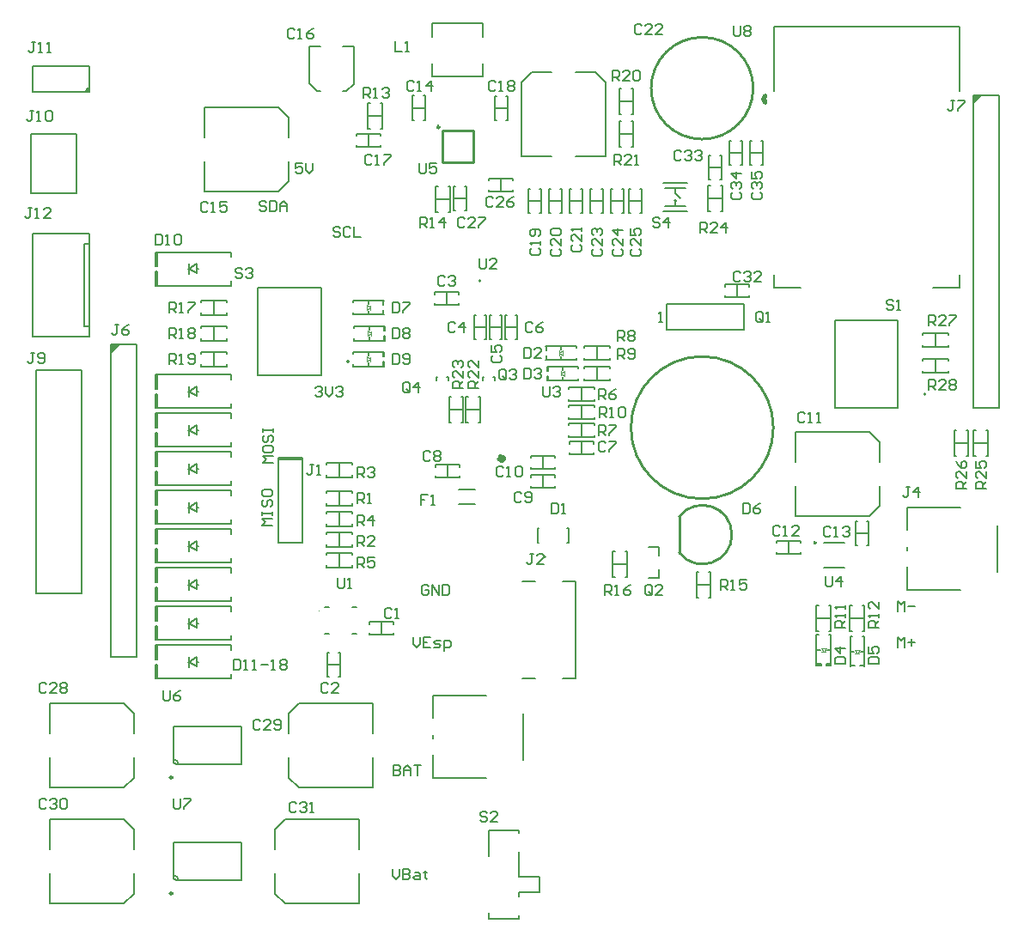
<source format=gto>
G04*
G04 #@! TF.GenerationSoftware,Altium Limited,Altium Designer,22.7.1 (60)*
G04*
G04 Layer_Color=8454143*
%FSLAX44Y44*%
%MOMM*%
G71*
G04*
G04 #@! TF.SameCoordinates,D0082332-17C0-48B4-9EBD-708ECFB17097*
G04*
G04*
G04 #@! TF.FilePolarity,Positive*
G04*
G01*
G75*
%ADD10C,0.2540*%
%ADD11C,0.5080*%
%ADD12C,0.2000*%
%ADD13C,0.6350*%
%ADD14C,0.1000*%
%ADD15C,0.2500*%
%ADD16C,0.1500*%
%ADD17C,0.1524*%
%ADD18C,0.1270*%
%ADD19C,0.2032*%
G36*
X73870Y816416D02*
X70470D01*
Y818116D01*
X72470Y820116D01*
X73870D01*
Y816416D01*
D02*
G37*
G36*
X95650Y567050D02*
Y558050D01*
X104650Y567050D01*
X95650D01*
D02*
G37*
G36*
X945280Y813176D02*
Y804176D01*
X954280Y813176D01*
X945280D01*
D02*
G37*
D10*
X728174Y819676D02*
G03*
X728174Y819676I-50283J0D01*
G01*
X748071Y484996D02*
G03*
X748071Y484996I-70184J0D01*
G01*
X789677Y371656D02*
G03*
X789677Y371656I-707J0D01*
G01*
X655276Y361662D02*
G03*
X655276Y397290I22904J17814D01*
G01*
X419226Y781264D02*
G03*
X419226Y781264I-1270J0D01*
G01*
X655320Y361696D02*
Y397256D01*
X452506Y746714D02*
Y777714D01*
X421506Y746714D02*
X452506D01*
X421506Y777714D02*
X452506D01*
X421506Y746714D02*
Y777714D01*
D11*
X739914Y811762D02*
G03*
X739914Y805969I2475J-2896D01*
G01*
D12*
X898470Y517920D02*
G03*
X898470Y517920I-1000J0D01*
G01*
X523570Y357550D02*
G03*
X523570Y357550I-1000J0D01*
G01*
X652507Y708702D02*
G03*
X652507Y708702I-1000J0D01*
G01*
X329764Y550178D02*
G03*
X329764Y550178I-1000J0D01*
G01*
X161500Y153450D02*
G03*
X157000Y157950I-4500J0D01*
G01*
X73870Y820116D02*
G03*
X70470Y816716I0J-3400D01*
G01*
X161500Y39150D02*
G03*
X157000Y43650I-4500J0D01*
G01*
X459868Y629738D02*
G03*
X459868Y629738I-1000J0D01*
G01*
X179530Y292100D02*
X181530D01*
X171530D02*
X172530D01*
X179530Y288100D02*
Y297100D01*
X172530Y292100D02*
X179530Y297100D01*
X172530Y292100D02*
X179530Y288100D01*
X172530Y287100D02*
Y297100D01*
X139030Y294640D02*
Y308610D01*
X213360D01*
X139030Y294640D02*
X140970D01*
Y308610D01*
Y275590D02*
Y289560D01*
X139030D02*
X140970D01*
X213360Y303850D02*
Y308610D01*
X139030Y275590D02*
Y289560D01*
X213360Y275590D02*
Y280350D01*
X139030Y275590D02*
X213360D01*
X139030Y313690D02*
X213360D01*
Y318450D01*
X139030Y313690D02*
Y327660D01*
X213360Y341950D02*
Y346710D01*
X139030Y327660D02*
X140970D01*
Y313690D02*
Y327660D01*
Y332740D02*
Y346710D01*
X139030Y332740D02*
X140970D01*
X139030Y346710D02*
X213360D01*
X139030Y332740D02*
Y346710D01*
X172530Y325200D02*
Y335200D01*
Y330200D02*
X179530Y326200D01*
X172530Y330200D02*
X179530Y335200D01*
Y326200D02*
Y335200D01*
X171530Y330200D02*
X172530D01*
X179530D02*
X181530D01*
X139030Y351790D02*
X213360D01*
Y356550D01*
X139030Y351790D02*
Y365760D01*
X213360Y380050D02*
Y384810D01*
X139030Y365760D02*
X140970D01*
Y351790D02*
Y365760D01*
Y370840D02*
Y384810D01*
X139030Y370840D02*
X140970D01*
X139030Y384810D02*
X213360D01*
X139030Y370840D02*
Y384810D01*
X172530Y363300D02*
Y373300D01*
Y368300D02*
X179530Y364300D01*
X172530Y368300D02*
X179530Y373300D01*
Y364300D02*
Y373300D01*
X171530Y368300D02*
X172530D01*
X179530D02*
X181530D01*
X139030Y389890D02*
X213360D01*
Y394650D01*
X139030Y389890D02*
Y403860D01*
X213360Y418150D02*
Y422910D01*
X139030Y403860D02*
X140970D01*
Y389890D02*
Y403860D01*
Y408940D02*
Y422910D01*
X139030Y408940D02*
X140970D01*
X139030Y422910D02*
X213360D01*
X139030Y408940D02*
Y422910D01*
X172530Y401400D02*
Y411400D01*
Y406400D02*
X179530Y402400D01*
X172530Y406400D02*
X179530Y411400D01*
Y402400D02*
Y411400D01*
X171530Y406400D02*
X172530D01*
X179530D02*
X181530D01*
X179530Y444500D02*
X181530D01*
X171530D02*
X172530D01*
X179530Y440500D02*
Y449500D01*
X172530Y444500D02*
X179530Y449500D01*
X172530Y444500D02*
X179530Y440500D01*
X172530Y439500D02*
Y449500D01*
X139030Y447040D02*
Y461010D01*
X213360D01*
X139030Y447040D02*
X140970D01*
Y461010D01*
Y427990D02*
Y441960D01*
X139030D02*
X140970D01*
X213360Y456250D02*
Y461010D01*
X139030Y427990D02*
Y441960D01*
X213360Y427990D02*
Y432750D01*
X139030Y427990D02*
X213360D01*
X139030Y466090D02*
X213360D01*
Y470850D01*
X139030Y466090D02*
Y480060D01*
X213360Y494350D02*
Y499110D01*
X139030Y480060D02*
X140970D01*
Y466090D02*
Y480060D01*
Y485140D02*
Y499110D01*
X139030Y485140D02*
X140970D01*
X139030Y499110D02*
X213360D01*
X139030Y485140D02*
Y499110D01*
X172530Y477600D02*
Y487600D01*
Y482600D02*
X179530Y478600D01*
X172530Y482600D02*
X179530Y487600D01*
Y478600D02*
Y487600D01*
X171530Y482600D02*
X172530D01*
X179530D02*
X181530D01*
X139030Y504190D02*
X213360D01*
Y508950D01*
X139030Y504190D02*
Y518160D01*
X213360Y532450D02*
Y537210D01*
X139030Y518160D02*
X140970D01*
Y504190D02*
Y518160D01*
Y523240D02*
Y537210D01*
X139030Y523240D02*
X140970D01*
X139030Y537210D02*
X213360D01*
X139030Y523240D02*
Y537210D01*
X172530Y515700D02*
Y525700D01*
Y520700D02*
X179530Y516700D01*
X172530Y520700D02*
X179530Y525700D01*
Y516700D02*
Y525700D01*
X171530Y520700D02*
X172530D01*
X179530D02*
X181530D01*
X290420Y861200D02*
X301420D01*
X290420Y824200D02*
Y861200D01*
Y824200D02*
X297920Y816700D01*
X301420D01*
X323536Y861003D02*
X334536D01*
Y824003D02*
Y861003D01*
X327036Y816503D02*
X334536Y824003D01*
X323536Y816503D02*
X327036D01*
X770030Y397920D02*
X843030D01*
X770030Y480920D02*
X843030D01*
Y397920D02*
X853030Y407920D01*
X843030Y480920D02*
X853030Y470920D01*
X770030Y397920D02*
Y427420D01*
Y451420D02*
Y480920D01*
X853030Y407920D02*
Y427420D01*
Y451420D02*
Y470920D01*
X426265Y534860D02*
X427640D01*
Y531860D02*
Y534860D01*
X415640Y531860D02*
Y534860D01*
X417015D01*
X540500Y237850D02*
X553300D01*
Y333650D01*
X540500D02*
X553300D01*
X500800Y237850D02*
X513300D01*
X500800Y333650D02*
X513300D01*
X259780Y453540D02*
X283780D01*
X259780Y455540D02*
X283780D01*
X259780Y371540D02*
Y455540D01*
Y371540D02*
X283780D01*
Y455540D01*
X437770Y423810D02*
X453770D01*
X437770Y409310D02*
X453770D01*
X139030Y237490D02*
X213360D01*
Y242250D01*
X139030Y237490D02*
Y251460D01*
X213360Y265750D02*
Y270510D01*
X139030Y251460D02*
X140970D01*
Y237490D02*
Y251460D01*
Y256540D02*
Y270510D01*
X139030Y256540D02*
X140970D01*
X139030Y270510D02*
X213360D01*
X139030Y256540D02*
Y270510D01*
X172530Y249000D02*
Y259000D01*
Y254000D02*
X179530Y250000D01*
X172530Y254000D02*
X179530Y259000D01*
Y250000D02*
Y259000D01*
X171530Y254000D02*
X172530D01*
X179530D02*
X181530D01*
X461360Y534860D02*
X462735D01*
X461360Y531860D02*
Y534860D01*
X473360Y531860D02*
Y534860D01*
X471985D02*
X473360D01*
X651507Y716202D02*
X656257Y710702D01*
X641507Y721202D02*
X661507D01*
X651507Y716202D02*
Y721202D01*
Y703702D02*
Y708702D01*
X641507Y703702D02*
X661507D01*
X639507Y726452D02*
X663508D01*
X639507Y698452D02*
X663508D01*
X625442Y366942D02*
X635236D01*
Y358942D02*
Y366942D01*
X625442Y336942D02*
X635236D01*
Y345084D01*
X467600Y87950D02*
X497600D01*
X467600Y950D02*
X497600D01*
Y26950D02*
X517600D01*
Y41950D01*
X497600D02*
X517600D01*
X467600Y950D02*
Y6450D01*
Y62450D02*
Y87950D01*
X497600Y950D02*
Y3950D01*
Y22450D02*
Y26950D01*
Y41950D02*
Y66450D01*
Y84950D02*
Y87950D01*
X187100Y717960D02*
X260100D01*
X187100Y800960D02*
X260100D01*
Y717960D02*
X270100Y727960D01*
X260100Y800960D02*
X270100Y790960D01*
X187100Y717960D02*
Y747460D01*
Y771460D02*
Y800960D01*
X270100Y727960D02*
Y747460D01*
Y771460D02*
Y790960D01*
X411496Y883394D02*
X461496D01*
X411496Y831394D02*
X461496D01*
X411496Y870394D02*
Y883394D01*
X461496Y870394D02*
Y883394D01*
X411496Y831394D02*
Y844394D01*
X461496Y831394D02*
Y844394D01*
X582582Y752250D02*
Y825250D01*
X499582Y752250D02*
Y825250D01*
X572582Y835250D02*
X582582Y825250D01*
X499582D02*
X509582Y835250D01*
X553082Y752250D02*
X582582D01*
X499582D02*
X529082D01*
X553082Y835250D02*
X572582D01*
X509582D02*
X529082D01*
X157000Y155200D02*
Y189950D01*
Y155200D02*
X159250Y152950D01*
X224000D01*
X161500D02*
Y153450D01*
X224000Y152950D02*
Y189950D01*
X157000D02*
X224000D01*
X661670Y581660D02*
X718860D01*
X642620D02*
Y607060D01*
Y581660D02*
X661670D01*
X718860D02*
Y607060D01*
X642620D02*
X661670D01*
X718860D01*
X17780Y676656D02*
X73660D01*
X17780Y575056D02*
Y676656D01*
Y575056D02*
X73660D01*
X68580Y585216D02*
X73660D01*
X68580D02*
Y666496D01*
X73660D01*
Y575056D02*
Y676656D01*
X16020Y715736D02*
X61020D01*
Y774736D01*
X16020D02*
X61020D01*
X16020Y715736D02*
Y774736D01*
X70470Y816416D02*
Y816716D01*
X73870Y816416D02*
Y841816D01*
X17870D02*
X73870D01*
X17870Y816416D02*
Y841816D01*
Y816416D02*
X73870D01*
X21100Y321950D02*
X66100D01*
Y541950D01*
X21100D02*
X66100D01*
X21100Y321950D02*
Y541950D01*
X95250Y258750D02*
Y566750D01*
Y258750D02*
X120650D01*
Y566750D01*
X95250D02*
X120650D01*
X944880Y504876D02*
Y812876D01*
Y504876D02*
X970280D01*
Y812876D01*
X944880D02*
X970280D01*
X34700Y129950D02*
X107700D01*
X34700Y212950D02*
X107700D01*
Y129950D02*
X117700Y139950D01*
X107700Y212950D02*
X117700Y202950D01*
X34700Y129950D02*
Y159450D01*
Y183450D02*
Y212950D01*
X117700Y139950D02*
Y159450D01*
Y183450D02*
Y202950D01*
X280550Y212950D02*
X353550D01*
X280550Y129950D02*
X353550D01*
X270550Y202950D02*
X280550Y212950D01*
X270550Y139950D02*
X280550Y129950D01*
X353550Y183450D02*
Y212950D01*
Y129950D02*
Y159450D01*
X270550Y183450D02*
Y202950D01*
Y139950D02*
Y159450D01*
X157000Y40900D02*
Y75650D01*
Y40900D02*
X159250Y38650D01*
X224000D01*
X161500D02*
Y39150D01*
X224000Y38650D02*
Y75650D01*
X157000D02*
X224000D01*
X266950Y98650D02*
X339950D01*
X266950Y15650D02*
X339950D01*
X256950Y88650D02*
X266950Y98650D01*
X256950Y25650D02*
X266950Y15650D01*
X339950Y69150D02*
Y98650D01*
Y15650D02*
Y45150D01*
X256950Y69150D02*
Y88650D01*
Y25650D02*
Y45150D01*
X34700Y15650D02*
X107700D01*
X34700Y98650D02*
X107700D01*
Y15650D02*
X117700Y25650D01*
X107700Y98650D02*
X117700Y88650D01*
X34700Y15650D02*
Y45150D01*
Y69150D02*
Y98650D01*
X117700Y25650D02*
Y45150D01*
Y69150D02*
Y88650D01*
X139030Y624840D02*
X213360D01*
Y629600D01*
X139030Y624840D02*
Y638810D01*
X213360Y653100D02*
Y657860D01*
X139030Y638810D02*
X140970D01*
Y624840D02*
Y638810D01*
Y643890D02*
Y657860D01*
X139030Y643890D02*
X140970D01*
X139030Y657860D02*
X213360D01*
X139030Y643890D02*
Y657860D01*
X172530Y636350D02*
Y646350D01*
Y641350D02*
X179530Y637350D01*
X172530Y641350D02*
X179530Y646350D01*
Y637350D02*
Y646350D01*
X171530Y641350D02*
X172530D01*
X179530D02*
X181530D01*
D13*
X481330Y454660D02*
G03*
X481330Y454660I-1270J0D01*
G01*
D14*
X300810Y304640D02*
G03*
X300810Y304640I-500J0D01*
G01*
X536793Y558722D02*
X540294Y556222D01*
Y558722D01*
X536793Y556472D02*
Y558722D01*
Y560972D01*
X540294Y558722D02*
Y561222D01*
X536793Y558722D02*
X540294Y561222D01*
X538480Y538480D02*
X541980Y540980D01*
Y538480D02*
Y540980D01*
X538480Y538480D02*
Y540730D01*
Y536230D02*
Y538480D01*
X541980Y535980D02*
Y538480D01*
X538480D02*
X541980Y535980D01*
X348290Y575350D02*
X351790Y577850D01*
X348290Y575350D02*
Y577850D01*
X351790Y575600D02*
Y577850D01*
Y580100D01*
X348290Y577850D02*
Y580350D01*
X351790Y577850D01*
X347436Y605828D02*
X350937Y603328D01*
X347436D02*
Y605828D01*
X350937Y603328D02*
Y605578D01*
Y601078D02*
Y603328D01*
X347436Y600828D02*
Y603328D01*
Y600828D02*
X350937Y603328D01*
X347500Y549950D02*
X351000Y552450D01*
X347500Y549950D02*
Y552450D01*
X351000Y550200D02*
Y552450D01*
Y554700D01*
X347500Y552450D02*
Y554950D01*
X351000Y552450D01*
X797560Y264160D02*
X800060Y267660D01*
X797560D02*
X800060D01*
X797560Y264160D02*
X799810D01*
X795310D02*
X797560D01*
X795060Y267660D02*
X797560D01*
X795060D02*
X797560Y264160D01*
X828158Y265973D02*
X830658Y262473D01*
X828158Y265973D02*
X830658D01*
X828408Y262473D02*
X830658D01*
X832908D01*
X830658Y265973D02*
X833158D01*
X830658Y262473D02*
X833158Y265973D01*
D15*
X155750Y139950D02*
G03*
X155750Y139950I-1250J0D01*
G01*
Y25650D02*
G03*
X155750Y25650I-1250J0D01*
G01*
D16*
X320040Y347330D02*
Y361330D01*
X307340Y359410D02*
Y361330D01*
X332740D01*
Y359410D02*
Y361330D01*
Y347330D02*
Y349250D01*
X307340Y347330D02*
X332740D01*
X307340D02*
Y349250D01*
X320040Y367650D02*
Y381650D01*
X332740Y367650D02*
Y369570D01*
X307340Y367650D02*
X332740D01*
X307340D02*
Y369570D01*
Y379730D02*
Y381650D01*
X332740D01*
Y379730D02*
Y381650D01*
X320040Y387970D02*
Y401970D01*
X307340Y400050D02*
Y401970D01*
X332740D01*
Y400050D02*
Y401970D01*
Y387970D02*
Y389890D01*
X307340Y387970D02*
X332740D01*
X307340D02*
Y389890D01*
X320040Y408290D02*
Y422290D01*
X332740Y408290D02*
Y410210D01*
X307340Y408290D02*
X332740D01*
X307340D02*
Y410210D01*
Y420370D02*
Y422290D01*
X332740D01*
Y420370D02*
Y422290D01*
X320040Y436230D02*
Y450230D01*
X332740Y436230D02*
Y438150D01*
X307340Y436230D02*
X332740D01*
X307340D02*
Y438150D01*
Y448310D02*
Y450230D01*
X332740D01*
Y448310D02*
Y450230D01*
X558800Y458570D02*
Y471070D01*
X570800Y458570D02*
Y460320D01*
X546800Y458570D02*
X570800D01*
X546800D02*
Y460320D01*
Y469320D02*
Y471070D01*
X570800D01*
Y469320D02*
Y471070D01*
X520700Y425550D02*
Y438050D01*
X508700Y436300D02*
Y438050D01*
X532700D01*
Y436300D02*
Y438050D01*
Y425550D02*
Y427300D01*
X508700Y425550D02*
X532700D01*
X508700D02*
Y427300D01*
X428610Y515620D02*
X430530D01*
X428610Y490220D02*
Y515620D01*
Y490220D02*
X430530D01*
X440690D02*
X442610D01*
Y515620D01*
X440690D02*
X442610D01*
X428610Y502920D02*
X442610D01*
X695960Y698500D02*
X697880D01*
Y723900D01*
X695960D02*
X697880D01*
X683880D02*
X685800D01*
X683880Y698500D02*
Y723900D01*
Y698500D02*
X685800D01*
X683880Y711200D02*
X697880D01*
X558800Y511160D02*
Y525160D01*
X546100Y523240D02*
Y525160D01*
X571500D01*
Y523240D02*
Y525160D01*
Y511160D02*
Y513080D01*
X546100Y511160D02*
X571500D01*
X546100D02*
Y513080D01*
X558800Y475600D02*
Y489600D01*
X546100Y487680D02*
Y489600D01*
X571500D01*
Y487680D02*
Y489600D01*
Y475600D02*
Y477520D01*
X546100Y475600D02*
X571500D01*
X546100D02*
Y477520D01*
X908050Y539100D02*
Y553100D01*
X895350Y551180D02*
Y553100D01*
X920750D01*
Y551180D02*
Y553100D01*
Y539100D02*
Y541020D01*
X895350Y539100D02*
X920750D01*
X895350D02*
Y541020D01*
X473810Y812100D02*
X475560D01*
X473810Y788100D02*
Y812100D01*
Y788100D02*
X475560D01*
X484560D02*
X486310D01*
Y812100D01*
X484560D02*
X486310D01*
X473810Y800100D02*
X486310D01*
X414720Y435710D02*
Y437460D01*
Y435710D02*
X438720D01*
Y437460D01*
Y446460D02*
Y448210D01*
X414720D02*
X438720D01*
X414720Y446460D02*
Y448210D01*
X426720Y435710D02*
Y448210D01*
X508800Y444600D02*
Y446350D01*
Y444600D02*
X532800D01*
Y446350D01*
Y455350D02*
Y457100D01*
X508800D02*
X532800D01*
X508800Y455350D02*
Y457100D01*
X520800Y444600D02*
Y457100D01*
X553783Y551722D02*
Y553642D01*
X523544Y551722D02*
X553783D01*
X524573D02*
Y556182D01*
Y561262D02*
Y565722D01*
X523544D02*
X553783D01*
Y563802D02*
Y565722D01*
X538543Y562222D02*
Y565722D01*
Y551722D02*
Y555222D01*
X561340Y551800D02*
Y553720D01*
Y551800D02*
X586740D01*
Y553720D01*
Y563880D02*
Y565800D01*
X561340D02*
X586740D01*
X561340Y563880D02*
Y565800D01*
X574040Y551800D02*
Y565800D01*
X561340Y531480D02*
Y533400D01*
Y531480D02*
X586740D01*
Y533400D01*
Y543560D02*
Y545480D01*
X561340D02*
X586740D01*
X561340Y543560D02*
Y545480D01*
X574040Y531480D02*
Y545480D01*
X555470Y543560D02*
Y545480D01*
X526230D02*
X555470D01*
X526260Y541020D02*
Y545480D01*
Y531480D02*
Y535940D01*
X525230Y531480D02*
X555470D01*
Y533400D01*
X540230Y531480D02*
Y534980D01*
X524990Y545480D02*
X526260D01*
X524990Y541020D02*
Y545480D01*
Y541020D02*
X526260D01*
X524990Y531480D02*
X526260D01*
X524990D02*
Y535940D01*
X526260D01*
X540230Y541980D02*
Y545480D01*
X571500Y505460D02*
Y507380D01*
X546100D02*
X571500D01*
X546100Y505460D02*
Y507380D01*
Y493380D02*
Y495300D01*
Y493380D02*
X571500D01*
Y495300D01*
X558800Y493380D02*
Y507380D01*
X209550Y582930D02*
Y584850D01*
X184150D02*
X209550D01*
X184150Y582930D02*
Y584850D01*
Y570850D02*
Y572770D01*
Y570850D02*
X209550D01*
Y572770D01*
X196850Y570850D02*
Y584850D01*
X704950Y755650D02*
X717450D01*
X704950Y743650D02*
X706700D01*
X704950D02*
Y767650D01*
X706700D01*
X715700D02*
X717450D01*
Y743650D02*
Y767650D01*
X715700Y743650D02*
X717450D01*
X725270Y755650D02*
X737770D01*
X725270Y743650D02*
X727020D01*
X725270D02*
Y767650D01*
X727020D01*
X736020D02*
X737770D01*
Y743650D02*
Y767650D01*
X736020Y743650D02*
X737770D01*
X684630Y741680D02*
X697130D01*
X684630Y729680D02*
X686380D01*
X684630D02*
Y753680D01*
X686380D01*
X695380D02*
X697130D01*
Y729680D02*
Y753680D01*
X695380Y729680D02*
X697130D01*
X445120Y502920D02*
X459120D01*
X457200Y515620D02*
X459120D01*
Y490220D02*
Y515620D01*
X457200Y490220D02*
X459120D01*
X445120D02*
X447040D01*
X445120D02*
Y515620D01*
X447040D01*
X596250Y806300D02*
X610250D01*
X596250Y793600D02*
X598170D01*
X596250D02*
Y819000D01*
X598170D01*
X608330D02*
X610250D01*
Y793600D02*
Y819000D01*
X608330Y793600D02*
X610250D01*
X596250Y774550D02*
X610250D01*
X596250Y761850D02*
X598170D01*
X596250D02*
Y787250D01*
X598170D01*
X608330D02*
X610250D01*
Y761850D02*
Y787250D01*
X608330Y761850D02*
X610250D01*
X945500Y469900D02*
X959500D01*
X957580Y482600D02*
X959500D01*
Y457200D02*
Y482600D01*
X957580Y457200D02*
X959500D01*
X945500D02*
X947420D01*
X945500D02*
Y482600D01*
X947420D01*
X926450Y469900D02*
X940450D01*
X938530Y482600D02*
X940450D01*
Y457200D02*
Y482600D01*
X938530Y457200D02*
X940450D01*
X926450D02*
X928370D01*
X926450D02*
Y482600D01*
X928370D01*
X908050Y564500D02*
Y578500D01*
X895350Y576580D02*
Y578500D01*
X920750D01*
Y576580D02*
Y578500D01*
Y564500D02*
Y566420D01*
X895350Y564500D02*
X920750D01*
X895350D02*
Y566420D01*
X350040Y581350D02*
Y584850D01*
Y570850D02*
Y574350D01*
X364010Y580390D02*
X365280D01*
Y584850D01*
X364010D02*
X365280D01*
X364010Y575310D02*
X365280D01*
Y570850D02*
Y575310D01*
X364010Y570850D02*
X365280D01*
X334800Y582930D02*
Y584850D01*
X365040D01*
X364010Y580390D02*
Y584850D01*
Y570850D02*
Y575310D01*
X334800Y570850D02*
X365040D01*
X334800D02*
Y572770D01*
X333947Y608408D02*
Y610328D01*
X364187D01*
X363157Y605868D02*
Y610328D01*
Y596328D02*
Y600788D01*
X333947Y596328D02*
X364187D01*
X333947D02*
Y598248D01*
X349187Y596328D02*
Y599828D01*
Y606828D02*
Y610328D01*
X349250Y555950D02*
Y559450D01*
Y545450D02*
Y548950D01*
X334010Y545450D02*
Y547370D01*
Y545450D02*
X364250D01*
X363220D02*
Y549910D01*
Y554990D02*
Y559450D01*
X334010D02*
X364250D01*
X334010Y557530D02*
Y559450D01*
X363220Y545450D02*
X364490D01*
Y549910D01*
X363220D02*
X364490D01*
X363220Y559450D02*
X364490D01*
Y554990D02*
Y559450D01*
X363220Y554990D02*
X364490D01*
X209550Y557530D02*
Y559450D01*
X184150D02*
X209550D01*
X184150Y557530D02*
Y559450D01*
Y545450D02*
Y547370D01*
Y545450D02*
X209550D01*
Y547370D01*
X196850Y545450D02*
Y559450D01*
X209550Y608330D02*
Y610250D01*
X184150D02*
X209550D01*
X184150Y608330D02*
Y610250D01*
Y596250D02*
Y598170D01*
Y596250D02*
X209550D01*
Y598170D01*
X196850Y596250D02*
Y610250D01*
X672450Y342900D02*
X674370D01*
X672450Y317500D02*
Y342900D01*
Y317500D02*
X674370D01*
X684530D02*
X686450D01*
Y342900D01*
X684530D02*
X686450D01*
X672450Y330200D02*
X686450D01*
X601980Y337820D02*
X603900D01*
Y363220D01*
X601980D02*
X603900D01*
X589900D02*
X591820D01*
X589900Y337820D02*
Y363220D01*
Y337820D02*
X591820D01*
X589900Y350520D02*
X603900D01*
X724470Y624260D02*
Y626010D01*
X700470D02*
X724470D01*
X700470Y624260D02*
Y626010D01*
Y613510D02*
Y615260D01*
Y613510D02*
X724470D01*
Y615260D01*
X712470Y613510D02*
Y626010D01*
X605828Y708660D02*
X618328D01*
X605828Y696660D02*
X607578D01*
X605828D02*
Y720660D01*
X607578D01*
X616578D02*
X618328D01*
Y696660D02*
Y720660D01*
X616578Y696660D02*
X618328D01*
X567666Y708660D02*
X580166D01*
X567666Y696660D02*
X569416D01*
X567666D02*
Y720660D01*
X569416D01*
X578416D02*
X580166D01*
Y696660D02*
Y720660D01*
X578416Y696660D02*
X580166D01*
X587986Y708660D02*
X600486D01*
X587986Y696660D02*
X589736D01*
X587986D02*
Y720660D01*
X589736D01*
X598736D02*
X600486D01*
Y696660D02*
Y720660D01*
X598736Y696660D02*
X600486D01*
X547346Y708660D02*
X559846D01*
X558096Y720660D02*
X559846D01*
Y696660D02*
Y720660D01*
X558096Y696660D02*
X559846D01*
X547346D02*
X549096D01*
X547346D02*
Y720660D01*
X549096D01*
X349250Y762100D02*
Y774600D01*
X337250Y772850D02*
Y774600D01*
X361250D01*
Y772850D02*
Y774600D01*
Y762100D02*
Y763850D01*
X337250Y762100D02*
X361250D01*
X337250D02*
Y763850D01*
X348600Y792480D02*
X362600D01*
X348600Y779780D02*
X350520D01*
X348600D02*
Y805180D01*
X350520D01*
X360680D02*
X362600D01*
Y779780D02*
Y805180D01*
X360680Y779780D02*
X362600D01*
X479676Y717904D02*
Y730404D01*
X467676Y728654D02*
Y730404D01*
X491676D01*
Y728654D02*
Y730404D01*
Y717904D02*
Y719654D01*
X467676Y717904D02*
X491676D01*
X467676D02*
Y719654D01*
X392146Y800354D02*
X404646D01*
X402896Y812354D02*
X404646D01*
Y788354D02*
Y812354D01*
X402896Y788354D02*
X404646D01*
X392146D02*
X393896D01*
X392146D02*
Y812354D01*
X393896D01*
X506706Y708660D02*
X519206D01*
X517456Y720660D02*
X519206D01*
Y696660D02*
Y720660D01*
X517456Y696660D02*
X519206D01*
X506706D02*
X508456D01*
X506706D02*
Y720660D01*
X508456D01*
X527026Y708660D02*
X539526D01*
X537776Y720660D02*
X539526D01*
Y696660D02*
Y720660D01*
X537776Y696660D02*
X539526D01*
X527026D02*
X528776D01*
X527026D02*
Y720660D01*
X528776D01*
X415526Y710184D02*
X429526D01*
X415526Y697484D02*
X417446D01*
X415526D02*
Y722884D01*
X417446D01*
X427606D02*
X429526D01*
Y697484D02*
Y722884D01*
X427606Y697484D02*
X429526D01*
X433170Y711200D02*
X445670D01*
X433170Y699200D02*
X434920D01*
X433170D02*
Y723200D01*
X434920D01*
X443920D02*
X445670D01*
Y699200D02*
Y723200D01*
X443920Y699200D02*
X445670D01*
X790560Y281150D02*
X792480D01*
X790560Y250910D02*
Y281150D01*
Y251940D02*
X795020D01*
X800100D02*
X804560D01*
Y250910D02*
Y281150D01*
X802640D02*
X804560D01*
X790560Y250670D02*
Y251940D01*
Y250670D02*
X795020D01*
Y251940D01*
X804560Y250670D02*
Y251940D01*
X800100Y250670D02*
X804560D01*
X800100D02*
Y251940D01*
X790560Y265910D02*
X794060D01*
X801060D02*
X804560D01*
X790560Y297180D02*
X804560D01*
X790560Y284480D02*
X792480D01*
X790560D02*
Y309880D01*
X792480D01*
X802640D02*
X804560D01*
Y284480D02*
Y309880D01*
X802640Y284480D02*
X804560D01*
X823580Y297180D02*
X837580D01*
X823580Y284480D02*
X825500D01*
X823580D02*
Y309880D01*
X825500D01*
X835660D02*
X837580D01*
Y284480D02*
Y309880D01*
X835660Y284480D02*
X837580D01*
X834158Y264223D02*
X837658D01*
X823658D02*
X827158D01*
X823658Y279463D02*
X825578D01*
X823658Y249223D02*
Y279463D01*
Y250253D02*
X828118D01*
X833198D02*
X837658D01*
Y249223D02*
Y279463D01*
X835738D02*
X837658D01*
X829410Y393000D02*
X831160D01*
X829410Y369000D02*
Y393000D01*
Y369000D02*
X831160D01*
X840160D02*
X841910D01*
Y393000D01*
X840160D02*
X841910D01*
X829410Y381000D02*
X841910D01*
X751270Y360780D02*
Y362530D01*
Y360780D02*
X775270D01*
Y362530D01*
Y371530D02*
Y373280D01*
X751270D02*
X775270D01*
X751270Y371530D02*
Y373280D01*
X763270Y360780D02*
Y373280D01*
X373950Y291520D02*
Y293270D01*
X349950D02*
X373950D01*
X349950Y291520D02*
Y293270D01*
Y280770D02*
Y282520D01*
Y280770D02*
X373950D01*
Y282520D01*
X361950Y280770D02*
Y293270D01*
X319460Y239460D02*
X321210D01*
Y263460D01*
X319460D02*
X321210D01*
X308710D02*
X310460D01*
X308710Y239460D02*
Y263460D01*
Y239460D02*
X310460D01*
X308710Y251460D02*
X321210D01*
X478968Y572200D02*
X480718D01*
Y596200D01*
X478968D02*
X480718D01*
X468218D02*
X469968D01*
X468218Y572200D02*
Y596200D01*
Y572200D02*
X469968D01*
X468218Y584200D02*
X480718D01*
X494208Y572200D02*
X495958D01*
Y596200D01*
X494208D02*
X495958D01*
X483458D02*
X485208D01*
X483458Y572200D02*
Y596200D01*
Y572200D02*
X485208D01*
X483458Y584200D02*
X495958D01*
X414208Y605890D02*
Y607640D01*
Y605890D02*
X438208D01*
Y607640D01*
Y616640D02*
Y618390D01*
X414208D02*
X438208D01*
X414208Y616640D02*
Y618390D01*
X426208Y605890D02*
Y618390D01*
X463728Y572200D02*
X465478D01*
Y596200D01*
X463728D02*
X465478D01*
X452978D02*
X454728D01*
X452978Y572200D02*
Y596200D01*
Y572200D02*
X454728D01*
X452978Y584200D02*
X465478D01*
D17*
X904975Y623051D02*
X931366D01*
Y816638D02*
Y880607D01*
X748740Y623051D02*
Y635993D01*
Y816638D02*
Y880607D01*
X931366D01*
Y623051D02*
Y635993D01*
X748740Y623051D02*
X775130D01*
X412877Y178620D02*
Y182060D01*
Y139573D02*
Y162060D01*
Y139573D02*
X464802D01*
X412877Y198620D02*
Y221107D01*
X464802D01*
X501523Y157660D02*
Y203020D01*
X880237Y364040D02*
Y367480D01*
Y324993D02*
Y347480D01*
Y324993D02*
X932162D01*
X880237Y384040D02*
Y406527D01*
X932162D01*
X968883Y343080D02*
Y388440D01*
X338246Y346712D02*
Y356868D01*
X343324D01*
X345017Y355176D01*
Y351790D01*
X343324Y350097D01*
X338246D01*
X341632D02*
X345017Y346712D01*
X355174Y356868D02*
X348403D01*
Y351790D01*
X351788Y353483D01*
X353481D01*
X355174Y351790D01*
Y348404D01*
X353481Y346712D01*
X350096D01*
X348403Y348404D01*
X338246Y368302D02*
Y378458D01*
X343324D01*
X345017Y376766D01*
Y373380D01*
X343324Y371687D01*
X338246D01*
X341632D02*
X345017Y368302D01*
X355174D02*
X348403D01*
X355174Y375073D01*
Y376766D01*
X353481Y378458D01*
X350096D01*
X348403Y376766D01*
X338246Y388368D02*
Y398524D01*
X343324D01*
X345017Y396832D01*
Y393446D01*
X343324Y391753D01*
X338246D01*
X341632D02*
X345017Y388368D01*
X353481D02*
Y398524D01*
X348403Y393446D01*
X355174D01*
X337907Y410212D02*
Y420368D01*
X342986D01*
X344679Y418676D01*
Y415290D01*
X342986Y413597D01*
X337907D01*
X341293D02*
X344679Y410212D01*
X348064D02*
X351450D01*
X349757D01*
Y420368D01*
X348064Y418676D01*
X338246Y435612D02*
Y445768D01*
X343324D01*
X345017Y444076D01*
Y440690D01*
X343324Y438997D01*
X338246D01*
X341632D02*
X345017Y435612D01*
X348403Y444076D02*
X350096Y445768D01*
X353481D01*
X355174Y444076D01*
Y442383D01*
X353481Y440690D01*
X351788D01*
X353481D01*
X355174Y438997D01*
Y437304D01*
X353481Y435612D01*
X350096D01*
X348403Y437304D01*
X215900Y256537D02*
Y246380D01*
X220978D01*
X222671Y248073D01*
Y254844D01*
X220978Y256537D01*
X215900D01*
X226057Y246380D02*
X229442D01*
X227750D01*
Y256537D01*
X226057Y254844D01*
X234521Y246380D02*
X237906D01*
X236213D01*
Y256537D01*
X234521Y254844D01*
X242985Y251458D02*
X249756D01*
X253141Y246380D02*
X256527D01*
X254834D01*
Y256537D01*
X253141Y254844D01*
X261605D02*
X263298Y256537D01*
X266684D01*
X268376Y254844D01*
Y253151D01*
X266684Y251458D01*
X268376Y249766D01*
Y248073D01*
X266684Y246380D01*
X263298D01*
X261605Y248073D01*
Y249766D01*
X263298Y251458D01*
X261605Y253151D01*
Y254844D01*
X263298Y251458D02*
X266684D01*
X511387Y360678D02*
X508002D01*
X509694D01*
Y352214D01*
X508002Y350522D01*
X506309D01*
X504616Y352214D01*
X521544Y350522D02*
X514773D01*
X521544Y357293D01*
Y358986D01*
X519851Y360678D01*
X516466D01*
X514773Y358986D01*
X900858Y521972D02*
Y532128D01*
X905936D01*
X907629Y530436D01*
Y527050D01*
X905936Y525357D01*
X900858D01*
X904243D02*
X907629Y521972D01*
X917786D02*
X911014D01*
X917786Y528743D01*
Y530436D01*
X916093Y532128D01*
X912707D01*
X911014Y530436D01*
X921171D02*
X922864Y532128D01*
X926249D01*
X927942Y530436D01*
Y528743D01*
X926249Y527050D01*
X927942Y525357D01*
Y523664D01*
X926249Y521972D01*
X922864D01*
X921171Y523664D01*
Y525357D01*
X922864Y527050D01*
X921171Y528743D01*
Y530436D01*
X922864Y527050D02*
X926249D01*
X870376Y303532D02*
Y313688D01*
X873762Y310303D01*
X877147Y313688D01*
Y303532D01*
X880533Y308610D02*
X887304D01*
X870376Y267972D02*
Y278128D01*
X873762Y274743D01*
X877147Y278128D01*
Y267972D01*
X880533Y273050D02*
X887304D01*
X883918Y276436D02*
Y269664D01*
X139446Y675891D02*
Y665734D01*
X144524D01*
X146217Y667427D01*
Y674198D01*
X144524Y675891D01*
X139446D01*
X149603Y665734D02*
X152988D01*
X151295D01*
Y675891D01*
X149603Y674198D01*
X158067D02*
X159759Y675891D01*
X163145D01*
X164838Y674198D01*
Y667427D01*
X163145Y665734D01*
X159759D01*
X158067Y667427D01*
Y674198D01*
X709086Y881378D02*
Y872914D01*
X710779Y871222D01*
X714164D01*
X715857Y872914D01*
Y881378D01*
X719243Y879686D02*
X720936Y881378D01*
X724321D01*
X726014Y879686D01*
Y877993D01*
X724321Y876300D01*
X726014Y874607D01*
Y872914D01*
X724321Y871222D01*
X720936D01*
X719243Y872914D01*
Y874607D01*
X720936Y876300D01*
X719243Y877993D01*
Y879686D01*
X720936Y876300D02*
X724321D01*
X156636Y119378D02*
Y110914D01*
X158329Y109222D01*
X161714D01*
X163407Y110914D01*
Y119378D01*
X166793D02*
X173564D01*
Y117686D01*
X166793Y110914D01*
Y109222D01*
X146476Y226058D02*
Y217594D01*
X148169Y215902D01*
X151554D01*
X153247Y217594D01*
Y226058D01*
X163404D02*
X160018Y224366D01*
X156633Y220980D01*
Y217594D01*
X158326Y215902D01*
X161711D01*
X163404Y217594D01*
Y219287D01*
X161711Y220980D01*
X156633D01*
X398822Y745742D02*
Y737278D01*
X400515Y735586D01*
X403900D01*
X405593Y737278D01*
Y745742D01*
X415750D02*
X408979D01*
Y740664D01*
X412364Y742357D01*
X414057D01*
X415750Y740664D01*
Y737278D01*
X414057Y735586D01*
X410671D01*
X408979Y737278D01*
X799256Y338414D02*
Y329950D01*
X800949Y328258D01*
X804334D01*
X806027Y329950D01*
Y338414D01*
X814491Y328258D02*
Y338414D01*
X809413Y333336D01*
X816184D01*
X521126Y525778D02*
Y517314D01*
X522819Y515622D01*
X526204D01*
X527897Y517314D01*
Y525778D01*
X531283Y524086D02*
X532976Y525778D01*
X536361D01*
X538054Y524086D01*
Y522393D01*
X536361Y520700D01*
X534668D01*
X536361D01*
X538054Y519007D01*
Y517314D01*
X536361Y515622D01*
X532976D01*
X531283Y517314D01*
X458470Y651761D02*
Y643297D01*
X460163Y641604D01*
X463548D01*
X465241Y643297D01*
Y651761D01*
X475398Y641604D02*
X468627D01*
X475398Y648375D01*
Y650068D01*
X473705Y651761D01*
X470320D01*
X468627Y650068D01*
X318349Y336548D02*
Y328084D01*
X320042Y326392D01*
X323427D01*
X325120Y328084D01*
Y336548D01*
X328506Y326392D02*
X331891D01*
X330198D01*
Y336548D01*
X328506Y334856D01*
X284057Y745488D02*
X277286D01*
Y740410D01*
X280672Y742103D01*
X282364D01*
X284057Y740410D01*
Y737024D01*
X282364Y735332D01*
X278979D01*
X277286Y737024D01*
X287443Y745488D02*
Y738717D01*
X290828Y735332D01*
X294214Y738717D01*
Y745488D01*
X296338Y524086D02*
X298030Y525778D01*
X301416D01*
X303109Y524086D01*
Y522393D01*
X301416Y520700D01*
X299723D01*
X301416D01*
X303109Y519007D01*
Y517314D01*
X301416Y515622D01*
X298030D01*
X296338Y517314D01*
X306494Y525778D02*
Y519007D01*
X309880Y515622D01*
X313266Y519007D01*
Y525778D01*
X316651Y524086D02*
X318344Y525778D01*
X321730D01*
X323422Y524086D01*
Y522393D01*
X321730Y520700D01*
X320037D01*
X321730D01*
X323422Y519007D01*
Y517314D01*
X321730Y515622D01*
X318344D01*
X316651Y517314D01*
X392859Y278551D02*
Y271780D01*
X396245Y268394D01*
X399631Y271780D01*
Y278551D01*
X409787D02*
X403016D01*
Y268394D01*
X409787D01*
X403016Y273473D02*
X406402D01*
X413173Y268394D02*
X418251D01*
X419944Y270087D01*
X418251Y271780D01*
X414866D01*
X413173Y273473D01*
X414866Y275166D01*
X419944D01*
X423330Y265009D02*
Y275166D01*
X428408D01*
X430101Y273473D01*
Y270087D01*
X428408Y268394D01*
X423330D01*
X372962Y49528D02*
Y42757D01*
X376348Y39372D01*
X379733Y42757D01*
Y49528D01*
X383119D02*
Y39372D01*
X388197D01*
X389890Y41064D01*
Y42757D01*
X388197Y44450D01*
X383119D01*
X388197D01*
X389890Y46143D01*
Y47836D01*
X388197Y49528D01*
X383119D01*
X394968Y46143D02*
X398354D01*
X400047Y44450D01*
Y39372D01*
X394968D01*
X393276Y41064D01*
X394968Y42757D01*
X400047D01*
X405125Y47836D02*
Y46143D01*
X403432D01*
X406818D01*
X405125D01*
Y41064D01*
X406818Y39372D01*
X408519Y328506D02*
X406826Y330198D01*
X403441D01*
X401748Y328506D01*
Y321734D01*
X403441Y320042D01*
X406826D01*
X408519Y321734D01*
Y325120D01*
X405133D01*
X411904Y320042D02*
Y330198D01*
X418676Y320042D01*
Y330198D01*
X422061D02*
Y320042D01*
X427140D01*
X428832Y321734D01*
Y328506D01*
X427140Y330198D01*
X422061D01*
X253998Y388626D02*
X243842D01*
X247227Y392011D01*
X243842Y395397D01*
X253998D01*
X243842Y398783D02*
Y402168D01*
Y400475D01*
X253998D01*
Y398783D01*
Y402168D01*
X245534Y414018D02*
X243842Y412325D01*
Y408939D01*
X245534Y407246D01*
X247227D01*
X248920Y408939D01*
Y412325D01*
X250613Y414018D01*
X252306D01*
X253998Y412325D01*
Y408939D01*
X252306Y407246D01*
X243842Y422481D02*
Y419096D01*
X245534Y417403D01*
X252306D01*
X253998Y419096D01*
Y422481D01*
X252306Y424174D01*
X245534D01*
X243842Y422481D01*
X255268Y450432D02*
X245112D01*
X248497Y453818D01*
X245112Y457203D01*
X255268D01*
X245112Y465667D02*
Y462282D01*
X246804Y460589D01*
X253576D01*
X255268Y462282D01*
Y465667D01*
X253576Y467360D01*
X246804D01*
X245112Y465667D01*
X246804Y477517D02*
X245112Y475824D01*
Y472438D01*
X246804Y470746D01*
X248497D01*
X250190Y472438D01*
Y475824D01*
X251883Y477517D01*
X253576D01*
X255268Y475824D01*
Y472438D01*
X253576Y470746D01*
X245112Y480902D02*
Y484288D01*
Y482595D01*
X255268D01*
Y480902D01*
Y484288D01*
X320889Y681566D02*
X319196Y683258D01*
X315811D01*
X314118Y681566D01*
Y679873D01*
X315811Y678180D01*
X319196D01*
X320889Y676487D01*
Y674794D01*
X319196Y673102D01*
X315811D01*
X314118Y674794D01*
X331046Y681566D02*
X329353Y683258D01*
X325967D01*
X324274Y681566D01*
Y674794D01*
X325967Y673102D01*
X329353D01*
X331046Y674794D01*
X334431Y683258D02*
Y673102D01*
X341202D01*
X248499Y706966D02*
X246806Y708658D01*
X243421D01*
X241728Y706966D01*
Y705273D01*
X243421Y703580D01*
X246806D01*
X248499Y701887D01*
Y700194D01*
X246806Y698502D01*
X243421D01*
X241728Y700194D01*
X251884Y708658D02*
Y698502D01*
X256963D01*
X258656Y700194D01*
Y706966D01*
X256963Y708658D01*
X251884D01*
X262041Y698502D02*
Y705273D01*
X265427Y708658D01*
X268812Y705273D01*
Y698502D01*
Y703580D01*
X262041D01*
X635847Y690456D02*
X634154Y692148D01*
X630769D01*
X629076Y690456D01*
Y688763D01*
X630769Y687070D01*
X634154D01*
X635847Y685377D01*
Y683684D01*
X634154Y681992D01*
X630769D01*
X629076Y683684D01*
X644311Y681992D02*
Y692148D01*
X639233Y687070D01*
X646004D01*
X224703Y640670D02*
X223010Y642363D01*
X219625D01*
X217932Y640670D01*
Y638977D01*
X219625Y637284D01*
X223010D01*
X224703Y635592D01*
Y633899D01*
X223010Y632206D01*
X219625D01*
X217932Y633899D01*
X228089Y640670D02*
X229781Y642363D01*
X233167D01*
X234860Y640670D01*
Y638977D01*
X233167Y637284D01*
X231474D01*
X233167D01*
X234860Y635592D01*
Y633899D01*
X233167Y632206D01*
X229781D01*
X228089Y633899D01*
X465667Y105240D02*
X463974Y106932D01*
X460589D01*
X458896Y105240D01*
Y103547D01*
X460589Y101854D01*
X463974D01*
X465667Y100161D01*
Y98468D01*
X463974Y96776D01*
X460589D01*
X458896Y98468D01*
X475824Y96776D02*
X469053D01*
X475824Y103547D01*
Y105240D01*
X474131Y106932D01*
X470746D01*
X469053Y105240D01*
X866140Y609176D02*
X864447Y610868D01*
X861062D01*
X859369Y609176D01*
Y607483D01*
X861062Y605790D01*
X864447D01*
X866140Y604097D01*
Y602404D01*
X864447Y600712D01*
X861062D01*
X859369Y602404D01*
X869526Y600712D02*
X872911D01*
X871218D01*
Y610868D01*
X869526Y609176D01*
X900858Y585472D02*
Y595628D01*
X905936D01*
X907629Y593936D01*
Y590550D01*
X905936Y588857D01*
X900858D01*
X904243D02*
X907629Y585472D01*
X917786D02*
X911014D01*
X917786Y592243D01*
Y593936D01*
X916093Y595628D01*
X912707D01*
X911014Y593936D01*
X921171Y595628D02*
X927942D01*
Y593936D01*
X921171Y587164D01*
Y585472D01*
X938528Y424608D02*
X928372D01*
Y429686D01*
X930064Y431379D01*
X933450D01*
X935143Y429686D01*
Y424608D01*
Y427993D02*
X938528Y431379D01*
Y441536D02*
Y434765D01*
X931757Y441536D01*
X930064D01*
X928372Y439843D01*
Y436457D01*
X930064Y434765D01*
X928372Y451692D02*
X930064Y448307D01*
X933450Y444921D01*
X936835D01*
X938528Y446614D01*
Y450000D01*
X936835Y451692D01*
X935143D01*
X933450Y450000D01*
Y444921D01*
X957578Y424608D02*
X947422D01*
Y429686D01*
X949114Y431379D01*
X952500D01*
X954193Y429686D01*
Y424608D01*
Y427993D02*
X957578Y431379D01*
Y441536D02*
Y434765D01*
X950807Y441536D01*
X949114D01*
X947422Y439843D01*
Y436457D01*
X949114Y434765D01*
X947422Y451692D02*
Y444921D01*
X952500D01*
X950807Y448307D01*
Y450000D01*
X952500Y451692D01*
X955885D01*
X957578Y450000D01*
Y446614D01*
X955885Y444921D01*
X676068Y676912D02*
Y687068D01*
X681146D01*
X682839Y685376D01*
Y681990D01*
X681146Y680297D01*
X676068D01*
X679453D02*
X682839Y676912D01*
X692996D02*
X686224D01*
X692996Y683683D01*
Y685376D01*
X691303Y687068D01*
X687917D01*
X686224Y685376D01*
X701460Y676912D02*
Y687068D01*
X696381Y681990D01*
X703152D01*
X441958Y523668D02*
X431802D01*
Y528746D01*
X433494Y530439D01*
X436880D01*
X438573Y528746D01*
Y523668D01*
Y527053D02*
X441958Y530439D01*
Y540596D02*
Y533825D01*
X435187Y540596D01*
X433494D01*
X431802Y538903D01*
Y535517D01*
X433494Y533825D01*
Y543981D02*
X431802Y545674D01*
Y549059D01*
X433494Y550752D01*
X435187D01*
X436880Y549059D01*
Y547367D01*
Y549059D01*
X438573Y550752D01*
X440266D01*
X441958Y549059D01*
Y545674D01*
X440266Y543981D01*
X457198Y523668D02*
X447042D01*
Y528746D01*
X448734Y530439D01*
X452120D01*
X453813Y528746D01*
Y523668D01*
Y527053D02*
X457198Y530439D01*
Y540596D02*
Y533825D01*
X450427Y540596D01*
X448734D01*
X447042Y538903D01*
Y535517D01*
X448734Y533825D01*
X457198Y550752D02*
Y543981D01*
X450427Y550752D01*
X448734D01*
X447042Y549059D01*
Y545674D01*
X448734Y543981D01*
X591400Y744072D02*
Y754228D01*
X596479D01*
X598172Y752536D01*
Y749150D01*
X596479Y747457D01*
X591400D01*
X594786D02*
X598172Y744072D01*
X608328D02*
X601557D01*
X608328Y750843D01*
Y752536D01*
X606636Y754228D01*
X603250D01*
X601557Y752536D01*
X611714Y744072D02*
X615099D01*
X613407D01*
Y754228D01*
X611714Y752536D01*
X589708Y826622D02*
Y836778D01*
X594786D01*
X596479Y835086D01*
Y831700D01*
X594786Y830007D01*
X589708D01*
X593093D02*
X596479Y826622D01*
X606636D02*
X599864D01*
X606636Y833393D01*
Y835086D01*
X604943Y836778D01*
X601557D01*
X599864Y835086D01*
X610021D02*
X611714Y836778D01*
X615099D01*
X616792Y835086D01*
Y828314D01*
X615099Y826622D01*
X611714D01*
X610021Y828314D01*
Y835086D01*
X152404Y547372D02*
Y557528D01*
X157483D01*
X159175Y555836D01*
Y552450D01*
X157483Y550757D01*
X152404D01*
X155790D02*
X159175Y547372D01*
X162561D02*
X165946D01*
X164254D01*
Y557528D01*
X162561Y555836D01*
X171025Y549064D02*
X172718Y547372D01*
X176103D01*
X177796Y549064D01*
Y555836D01*
X176103Y557528D01*
X172718D01*
X171025Y555836D01*
Y554143D01*
X172718Y552450D01*
X177796D01*
X152404Y572772D02*
Y582928D01*
X157483D01*
X159175Y581236D01*
Y577850D01*
X157483Y576157D01*
X152404D01*
X155790D02*
X159175Y572772D01*
X162561D02*
X165946D01*
X164254D01*
Y582928D01*
X162561Y581236D01*
X171025D02*
X172718Y582928D01*
X176103D01*
X177796Y581236D01*
Y579543D01*
X176103Y577850D01*
X177796Y576157D01*
Y574464D01*
X176103Y572772D01*
X172718D01*
X171025Y574464D01*
Y576157D01*
X172718Y577850D01*
X171025Y579543D01*
Y581236D01*
X172718Y577850D02*
X176103D01*
X152404Y598172D02*
Y608328D01*
X157483D01*
X159175Y606636D01*
Y603250D01*
X157483Y601557D01*
X152404D01*
X155790D02*
X159175Y598172D01*
X162561D02*
X165946D01*
X164254D01*
Y608328D01*
X162561Y606636D01*
X171025Y608328D02*
X177796D01*
Y606636D01*
X171025Y599864D01*
Y598172D01*
X581664Y320042D02*
Y330198D01*
X586743D01*
X588435Y328506D01*
Y325120D01*
X586743Y323427D01*
X581664D01*
X585050D02*
X588435Y320042D01*
X591821D02*
X595206D01*
X593514D01*
Y330198D01*
X591821Y328506D01*
X607056Y330198D02*
X603670Y328506D01*
X600285Y325120D01*
Y321734D01*
X601978Y320042D01*
X605363D01*
X607056Y321734D01*
Y323427D01*
X605363Y325120D01*
X600285D01*
X695964Y325122D02*
Y335278D01*
X701042D01*
X702735Y333586D01*
Y330200D01*
X701042Y328507D01*
X695964D01*
X699350D02*
X702735Y325122D01*
X706121D02*
X709506D01*
X707814D01*
Y335278D01*
X706121Y333586D01*
X721356Y335278D02*
X714585D01*
Y330200D01*
X717970Y331893D01*
X719663D01*
X721356Y330200D01*
Y326814D01*
X719663Y325122D01*
X716278D01*
X714585Y326814D01*
X400054Y681992D02*
Y692148D01*
X405132D01*
X406825Y690456D01*
Y687070D01*
X405132Y685377D01*
X400054D01*
X403440D02*
X406825Y681992D01*
X410211D02*
X413596D01*
X411904D01*
Y692148D01*
X410211Y690456D01*
X423753Y681992D02*
Y692148D01*
X418675Y687070D01*
X425446D01*
X344174Y810262D02*
Y820418D01*
X349253D01*
X350945Y818726D01*
Y815340D01*
X349253Y813647D01*
X344174D01*
X347560D02*
X350945Y810262D01*
X354331D02*
X357716D01*
X356024D01*
Y820418D01*
X354331Y818726D01*
X362795D02*
X364488Y820418D01*
X367873D01*
X369566Y818726D01*
Y817033D01*
X367873Y815340D01*
X366180D01*
X367873D01*
X369566Y813647D01*
Y811954D01*
X367873Y810262D01*
X364488D01*
X362795Y811954D01*
X852168Y287785D02*
X842012D01*
Y292864D01*
X843704Y294557D01*
X847090D01*
X848783Y292864D01*
Y287785D01*
Y291171D02*
X852168Y294557D01*
Y297942D02*
Y301328D01*
Y299635D01*
X842012D01*
X843704Y297942D01*
X852168Y313177D02*
Y306406D01*
X845397Y313177D01*
X843704D01*
X842012Y311485D01*
Y308099D01*
X843704Y306406D01*
X819148Y287447D02*
X808992D01*
Y292525D01*
X810684Y294218D01*
X814070D01*
X815763Y292525D01*
Y287447D01*
Y290833D02*
X819148Y294218D01*
Y297604D02*
Y300989D01*
Y299296D01*
X808992D01*
X810684Y297604D01*
X819148Y306068D02*
Y309453D01*
Y307760D01*
X808992D01*
X810684Y306068D01*
X576584Y495302D02*
Y505458D01*
X581662D01*
X583355Y503766D01*
Y500380D01*
X581662Y498687D01*
X576584D01*
X579970D02*
X583355Y495302D01*
X586741D02*
X590126D01*
X588434D01*
Y505458D01*
X586741Y503766D01*
X595205D02*
X596898Y505458D01*
X600283D01*
X601976Y503766D01*
Y496994D01*
X600283Y495302D01*
X596898D01*
X595205Y496994D01*
Y503766D01*
X594786Y552452D02*
Y562608D01*
X599864D01*
X601557Y560916D01*
Y557530D01*
X599864Y555837D01*
X594786D01*
X598172D02*
X601557Y552452D01*
X604943Y554144D02*
X606636Y552452D01*
X610021D01*
X611714Y554144D01*
Y560916D01*
X610021Y562608D01*
X606636D01*
X604943Y560916D01*
Y559223D01*
X606636Y557530D01*
X611714D01*
X594934Y570379D02*
Y580536D01*
X600012D01*
X601705Y578843D01*
Y575457D01*
X600012Y573765D01*
X594934D01*
X598319D02*
X601705Y570379D01*
X605090Y578843D02*
X606783Y580536D01*
X610169D01*
X611861Y578843D01*
Y577150D01*
X610169Y575457D01*
X611861Y573765D01*
Y572072D01*
X610169Y570379D01*
X606783D01*
X605090Y572072D01*
Y573765D01*
X606783Y575457D01*
X605090Y577150D01*
Y578843D01*
X606783Y575457D02*
X610169D01*
X575738Y477522D02*
Y487678D01*
X580816D01*
X582509Y485986D01*
Y482600D01*
X580816Y480907D01*
X575738D01*
X579123D02*
X582509Y477522D01*
X585895Y487678D02*
X592666D01*
Y485986D01*
X585895Y479214D01*
Y477522D01*
X575738Y513082D02*
Y523238D01*
X580816D01*
X582509Y521546D01*
Y518160D01*
X580816Y516467D01*
X575738D01*
X579123D02*
X582509Y513082D01*
X592666Y523238D02*
X589280Y521546D01*
X585895Y518160D01*
Y514774D01*
X587587Y513082D01*
X590973D01*
X592666Y514774D01*
Y516467D01*
X590973Y518160D01*
X585895D01*
X389467Y521124D02*
Y527896D01*
X387774Y529588D01*
X384389D01*
X382696Y527896D01*
Y521124D01*
X384389Y519432D01*
X387774D01*
X386082Y522817D02*
X389467Y519432D01*
X387774D02*
X389467Y521124D01*
X397931Y519432D02*
Y529588D01*
X392853Y524510D01*
X399624D01*
X484717Y533824D02*
Y540596D01*
X483024Y542288D01*
X479639D01*
X477946Y540596D01*
Y533824D01*
X479639Y532132D01*
X483024D01*
X481332Y535517D02*
X484717Y532132D01*
X483024D02*
X484717Y533824D01*
X488103Y540596D02*
X489796Y542288D01*
X493181D01*
X494874Y540596D01*
Y538903D01*
X493181Y537210D01*
X491488D01*
X493181D01*
X494874Y535517D01*
Y533824D01*
X493181Y532132D01*
X489796D01*
X488103Y533824D01*
X628227Y321734D02*
Y328506D01*
X626534Y330198D01*
X623149D01*
X621456Y328506D01*
Y321734D01*
X623149Y320042D01*
X626534D01*
X624842Y323427D02*
X628227Y320042D01*
X626534D02*
X628227Y321734D01*
X638384Y320042D02*
X631613D01*
X638384Y326813D01*
Y328506D01*
X636691Y330198D01*
X633306D01*
X631613Y328506D01*
X737870Y590974D02*
Y597746D01*
X736177Y599438D01*
X732792D01*
X731099Y597746D01*
Y590974D01*
X732792Y589282D01*
X736177D01*
X734484Y592667D02*
X737870Y589282D01*
X736177D02*
X737870Y590974D01*
X741256Y589282D02*
X744641D01*
X742948D01*
Y599438D01*
X741256Y597746D01*
X375499Y865630D02*
Y855474D01*
X382270D01*
X385656D02*
X389041D01*
X387348D01*
Y865630D01*
X385656Y863938D01*
X17439Y702053D02*
X14054D01*
X15746D01*
Y693589D01*
X14054Y691896D01*
X12361D01*
X10668Y693589D01*
X20825Y691896D02*
X24210D01*
X22517D01*
Y702053D01*
X20825Y700360D01*
X36060Y691896D02*
X29289D01*
X36060Y698667D01*
Y700360D01*
X34367Y702053D01*
X30981D01*
X29289Y700360D01*
X20233Y864867D02*
X16848D01*
X18540D01*
Y856403D01*
X16848Y854710D01*
X15155D01*
X13462Y856403D01*
X23619Y854710D02*
X27004D01*
X25312D01*
Y864867D01*
X23619Y863174D01*
X32083Y854710D02*
X35468D01*
X33775D01*
Y864867D01*
X32083Y863174D01*
X19217Y797049D02*
X15832D01*
X17524D01*
Y788585D01*
X15832Y786892D01*
X14139D01*
X12446Y788585D01*
X22603Y786892D02*
X25988D01*
X24295D01*
Y797049D01*
X22603Y795356D01*
X31067D02*
X32759Y797049D01*
X36145D01*
X37838Y795356D01*
Y788585D01*
X36145Y786892D01*
X32759D01*
X31067Y788585D01*
Y795356D01*
X19640Y558798D02*
X16254D01*
X17947D01*
Y550334D01*
X16254Y548642D01*
X14562D01*
X12869Y550334D01*
X23026D02*
X24718Y548642D01*
X28104D01*
X29797Y550334D01*
Y557106D01*
X28104Y558798D01*
X24718D01*
X23026Y557106D01*
Y555413D01*
X24718Y553720D01*
X29797D01*
X926677Y807718D02*
X923292D01*
X924984D01*
Y799254D01*
X923292Y797562D01*
X921599D01*
X919906Y799254D01*
X930063Y807718D02*
X936834D01*
Y806026D01*
X930063Y799254D01*
Y797562D01*
X102447Y586738D02*
X99062D01*
X100754D01*
Y578274D01*
X99062Y576582D01*
X97369D01*
X95676Y578274D01*
X112604Y586738D02*
X109218Y585046D01*
X105833Y581660D01*
Y578274D01*
X107526Y576582D01*
X110911D01*
X112604Y578274D01*
Y579967D01*
X110911Y581660D01*
X105833D01*
X373808Y152398D02*
Y142242D01*
X378886D01*
X380579Y143934D01*
Y145627D01*
X378886Y147320D01*
X373808D01*
X378886D01*
X380579Y149013D01*
Y150706D01*
X378886Y152398D01*
X373808D01*
X383964Y142242D02*
Y149013D01*
X387350Y152398D01*
X390736Y149013D01*
Y142242D01*
Y147320D01*
X383964D01*
X394121Y152398D02*
X400892D01*
X397507D01*
Y142242D01*
X882563Y426717D02*
X879178D01*
X880870D01*
Y418253D01*
X879178Y416560D01*
X877485D01*
X875792Y418253D01*
X891027Y416560D02*
Y426717D01*
X885949Y421638D01*
X892720D01*
X294640Y448308D02*
X291254D01*
X292947D01*
Y439844D01*
X291254Y438152D01*
X289562D01*
X287869Y439844D01*
X298026Y438152D02*
X301411D01*
X299718D01*
Y448308D01*
X298026Y446616D01*
X407670Y419098D02*
X400899D01*
Y414020D01*
X404284D01*
X400899D01*
Y408942D01*
X411056D02*
X414441D01*
X412748D01*
Y419098D01*
X411056Y417406D01*
X372536Y557528D02*
Y547372D01*
X377614D01*
X379307Y549064D01*
Y555836D01*
X377614Y557528D01*
X372536D01*
X382693Y549064D02*
X384386Y547372D01*
X387771D01*
X389464Y549064D01*
Y555836D01*
X387771Y557528D01*
X384386D01*
X382693Y555836D01*
Y554143D01*
X384386Y552450D01*
X389464D01*
X372536Y582928D02*
Y572772D01*
X377614D01*
X379307Y574464D01*
Y581236D01*
X377614Y582928D01*
X372536D01*
X382693Y581236D02*
X384386Y582928D01*
X387771D01*
X389464Y581236D01*
Y579543D01*
X387771Y577850D01*
X389464Y576157D01*
Y574464D01*
X387771Y572772D01*
X384386D01*
X382693Y574464D01*
Y576157D01*
X384386Y577850D01*
X382693Y579543D01*
Y581236D01*
X384386Y577850D02*
X387771D01*
X372536Y608328D02*
Y598172D01*
X377614D01*
X379307Y599864D01*
Y606636D01*
X377614Y608328D01*
X372536D01*
X382693D02*
X389464D01*
Y606636D01*
X382693Y599864D01*
Y598172D01*
X717976Y410208D02*
Y400052D01*
X723054D01*
X724747Y401744D01*
Y408516D01*
X723054Y410208D01*
X717976D01*
X734904D02*
X731518Y408516D01*
X728133Y405130D01*
Y401744D01*
X729826Y400052D01*
X733211D01*
X734904Y401744D01*
Y403437D01*
X733211Y405130D01*
X728133D01*
X842012Y251886D02*
X852168D01*
Y256964D01*
X850476Y258657D01*
X843704D01*
X842012Y256964D01*
Y251886D01*
Y268814D02*
Y262043D01*
X847090D01*
X845397Y265428D01*
Y267121D01*
X847090Y268814D01*
X850476D01*
X852168Y267121D01*
Y263736D01*
X850476Y262043D01*
X808992Y251886D02*
X819148D01*
Y256964D01*
X817456Y258657D01*
X810684D01*
X808992Y256964D01*
Y251886D01*
X819148Y267121D02*
X808992D01*
X814070Y262043D01*
Y268814D01*
X502076Y543558D02*
Y533402D01*
X507154D01*
X508847Y535094D01*
Y541866D01*
X507154Y543558D01*
X502076D01*
X512233Y541866D02*
X513926Y543558D01*
X517311D01*
X519004Y541866D01*
Y540173D01*
X517311Y538480D01*
X515618D01*
X517311D01*
X519004Y536787D01*
Y535094D01*
X517311Y533402D01*
X513926D01*
X512233Y535094D01*
X502076Y563878D02*
Y553722D01*
X507154D01*
X508847Y555414D01*
Y562186D01*
X507154Y563878D01*
X502076D01*
X519004Y553722D02*
X512233D01*
X519004Y560493D01*
Y562186D01*
X517311Y563878D01*
X513926D01*
X512233Y562186D01*
X529169Y410208D02*
Y400052D01*
X534247D01*
X535940Y401744D01*
Y408516D01*
X534247Y410208D01*
X529169D01*
X539326Y400052D02*
X542711D01*
X541018D01*
Y410208D01*
X539326Y408516D01*
X728134Y717129D02*
X726442Y715436D01*
Y712050D01*
X728134Y710358D01*
X734905D01*
X736598Y712050D01*
Y715436D01*
X734905Y717129D01*
X728134Y720515D02*
X726442Y722207D01*
Y725593D01*
X728134Y727286D01*
X729827D01*
X731520Y725593D01*
Y723900D01*
Y725593D01*
X733213Y727286D01*
X734905D01*
X736598Y725593D01*
Y722207D01*
X734905Y720515D01*
X726442Y737442D02*
Y730671D01*
X731520D01*
X729827Y734057D01*
Y735750D01*
X731520Y737442D01*
X734905D01*
X736598Y735750D01*
Y732364D01*
X734905Y730671D01*
X707814Y717129D02*
X706122Y715436D01*
Y712050D01*
X707814Y710358D01*
X714585D01*
X716278Y712050D01*
Y715436D01*
X714585Y717129D01*
X707814Y720515D02*
X706122Y722207D01*
Y725593D01*
X707814Y727286D01*
X709507D01*
X711200Y725593D01*
Y723900D01*
Y725593D01*
X712893Y727286D01*
X714585D01*
X716278Y725593D01*
Y722207D01*
X714585Y720515D01*
X716278Y735750D02*
X706122D01*
X711200Y730671D01*
Y737442D01*
X657439Y756496D02*
X655746Y758188D01*
X652361D01*
X650668Y756496D01*
Y749724D01*
X652361Y748032D01*
X655746D01*
X657439Y749724D01*
X660824Y756496D02*
X662517Y758188D01*
X665903D01*
X667596Y756496D01*
Y754803D01*
X665903Y753110D01*
X664210D01*
X665903D01*
X667596Y751417D01*
Y749724D01*
X665903Y748032D01*
X662517D01*
X660824Y749724D01*
X670981Y756496D02*
X672674Y758188D01*
X676059D01*
X677752Y756496D01*
Y754803D01*
X676059Y753110D01*
X674367D01*
X676059D01*
X677752Y751417D01*
Y749724D01*
X676059Y748032D01*
X672674D01*
X670981Y749724D01*
X715859Y637116D02*
X714166Y638808D01*
X710780D01*
X709088Y637116D01*
Y630344D01*
X710780Y628652D01*
X714166D01*
X715859Y630344D01*
X719244Y637116D02*
X720937Y638808D01*
X724323D01*
X726016Y637116D01*
Y635423D01*
X724323Y633730D01*
X722630D01*
X724323D01*
X726016Y632037D01*
Y630344D01*
X724323Y628652D01*
X720937D01*
X719244Y630344D01*
X736172Y628652D02*
X729401D01*
X736172Y635423D01*
Y637116D01*
X734480Y638808D01*
X731094D01*
X729401Y637116D01*
X278132Y113876D02*
X276439Y115568D01*
X273053D01*
X271360Y113876D01*
Y107104D01*
X273053Y105412D01*
X276439D01*
X278132Y107104D01*
X281517Y113876D02*
X283210Y115568D01*
X286596D01*
X288288Y113876D01*
Y112183D01*
X286596Y110490D01*
X284903D01*
X286596D01*
X288288Y108797D01*
Y107104D01*
X286596Y105412D01*
X283210D01*
X281517Y107104D01*
X291674Y105412D02*
X295060D01*
X293367D01*
Y115568D01*
X291674Y113876D01*
X31329Y117686D02*
X29636Y119378D01*
X26251D01*
X24558Y117686D01*
Y110914D01*
X26251Y109222D01*
X29636D01*
X31329Y110914D01*
X34714Y117686D02*
X36407Y119378D01*
X39793D01*
X41486Y117686D01*
Y115993D01*
X39793Y114300D01*
X38100D01*
X39793D01*
X41486Y112607D01*
Y110914D01*
X39793Y109222D01*
X36407D01*
X34714Y110914D01*
X44871Y117686D02*
X46564Y119378D01*
X49949D01*
X51642Y117686D01*
Y110914D01*
X49949Y109222D01*
X46564D01*
X44871Y110914D01*
Y117686D01*
X242149Y195156D02*
X240456Y196848D01*
X237071D01*
X235378Y195156D01*
Y188384D01*
X237071Y186692D01*
X240456D01*
X242149Y188384D01*
X252306Y186692D02*
X245534D01*
X252306Y193463D01*
Y195156D01*
X250613Y196848D01*
X247227D01*
X245534Y195156D01*
X255691Y188384D02*
X257384Y186692D01*
X260770D01*
X262462Y188384D01*
Y195156D01*
X260770Y196848D01*
X257384D01*
X255691Y195156D01*
Y193463D01*
X257384Y191770D01*
X262462D01*
X31329Y231986D02*
X29636Y233678D01*
X26251D01*
X24558Y231986D01*
Y225214D01*
X26251Y223522D01*
X29636D01*
X31329Y225214D01*
X41486Y223522D02*
X34714D01*
X41486Y230293D01*
Y231986D01*
X39793Y233678D01*
X36407D01*
X34714Y231986D01*
X44871D02*
X46564Y233678D01*
X49949D01*
X51642Y231986D01*
Y230293D01*
X49949Y228600D01*
X51642Y226907D01*
Y225214D01*
X49949Y223522D01*
X46564D01*
X44871Y225214D01*
Y226907D01*
X46564Y228600D01*
X44871Y230293D01*
Y231986D01*
X46564Y228600D02*
X49949D01*
X444079Y690456D02*
X442386Y692148D01*
X439001D01*
X437308Y690456D01*
Y683684D01*
X439001Y681992D01*
X442386D01*
X444079Y683684D01*
X454236Y681992D02*
X447464D01*
X454236Y688763D01*
Y690456D01*
X452543Y692148D01*
X449157D01*
X447464Y690456D01*
X457621Y692148D02*
X464392D01*
Y690456D01*
X457621Y683684D01*
Y681992D01*
X472019Y710776D02*
X470326Y712468D01*
X466940D01*
X465248Y710776D01*
Y704004D01*
X466940Y702312D01*
X470326D01*
X472019Y704004D01*
X482176Y702312D02*
X475404D01*
X482176Y709083D01*
Y710776D01*
X480483Y712468D01*
X477097D01*
X475404Y710776D01*
X492332Y712468D02*
X488947Y710776D01*
X485561Y707390D01*
Y704004D01*
X487254Y702312D01*
X490639D01*
X492332Y704004D01*
Y705697D01*
X490639Y707390D01*
X485561D01*
X608693Y661249D02*
X607000Y659556D01*
Y656171D01*
X608693Y654478D01*
X615464D01*
X617156Y656171D01*
Y659556D01*
X615464Y661249D01*
X617156Y671406D02*
Y664634D01*
X610385Y671406D01*
X608693D01*
X607000Y669713D01*
Y666327D01*
X608693Y664634D01*
X607000Y681562D02*
Y674791D01*
X612078D01*
X610385Y678177D01*
Y679870D01*
X612078Y681562D01*
X615464D01*
X617156Y679870D01*
Y676484D01*
X615464Y674791D01*
X590851Y661249D02*
X589158Y659556D01*
Y656171D01*
X590851Y654478D01*
X597622D01*
X599314Y656171D01*
Y659556D01*
X597622Y661249D01*
X599314Y671406D02*
Y664634D01*
X592543Y671406D01*
X590851D01*
X589158Y669713D01*
Y666327D01*
X590851Y664634D01*
X599314Y679870D02*
X589158D01*
X594236Y674791D01*
Y681562D01*
X570531Y661249D02*
X568838Y659556D01*
Y656171D01*
X570531Y654478D01*
X577302D01*
X578994Y656171D01*
Y659556D01*
X577302Y661249D01*
X578994Y671406D02*
Y664634D01*
X572223Y671406D01*
X570531D01*
X568838Y669713D01*
Y666327D01*
X570531Y664634D01*
Y674791D02*
X568838Y676484D01*
Y679870D01*
X570531Y681562D01*
X572223D01*
X573916Y679870D01*
Y678177D01*
Y679870D01*
X575609Y681562D01*
X577302D01*
X578994Y679870D01*
Y676484D01*
X577302Y674791D01*
X618069Y880956D02*
X616376Y882648D01*
X612990D01*
X611298Y880956D01*
Y874184D01*
X612990Y872492D01*
X616376D01*
X618069Y874184D01*
X628226Y872492D02*
X621454D01*
X628226Y879263D01*
Y880956D01*
X626533Y882648D01*
X623147D01*
X621454Y880956D01*
X638382Y872492D02*
X631611D01*
X638382Y879263D01*
Y880956D01*
X636689Y882648D01*
X633304D01*
X631611Y880956D01*
X550211Y665482D02*
X548518Y663789D01*
Y660403D01*
X550211Y658710D01*
X556982D01*
X558675Y660403D01*
Y663789D01*
X556982Y665482D01*
X558675Y675638D02*
Y668867D01*
X551903Y675638D01*
X550211D01*
X548518Y673946D01*
Y670560D01*
X550211Y668867D01*
X558675Y679024D02*
Y682410D01*
Y680717D01*
X548518D01*
X550211Y679024D01*
X529891Y661249D02*
X528198Y659556D01*
Y656171D01*
X529891Y654478D01*
X536662D01*
X538354Y656171D01*
Y659556D01*
X536662Y661249D01*
X538354Y671406D02*
Y664634D01*
X531583Y671406D01*
X529891D01*
X528198Y669713D01*
Y666327D01*
X529891Y664634D01*
Y674791D02*
X528198Y676484D01*
Y679870D01*
X529891Y681562D01*
X536662D01*
X538354Y679870D01*
Y676484D01*
X536662Y674791D01*
X529891D01*
X509571Y662095D02*
X507878Y660403D01*
Y657017D01*
X509571Y655324D01*
X516342D01*
X518035Y657017D01*
Y660403D01*
X516342Y662095D01*
X518035Y665481D02*
Y668866D01*
Y667174D01*
X507878D01*
X509571Y665481D01*
X516342Y673945D02*
X518035Y675638D01*
Y679023D01*
X516342Y680716D01*
X509571D01*
X507878Y679023D01*
Y675638D01*
X509571Y673945D01*
X511264D01*
X512956Y675638D01*
Y680716D01*
X474135Y825076D02*
X472443Y826768D01*
X469057D01*
X467364Y825076D01*
Y818304D01*
X469057Y816612D01*
X472443D01*
X474135Y818304D01*
X477521Y816612D02*
X480906D01*
X479214D01*
Y826768D01*
X477521Y825076D01*
X485985D02*
X487678Y826768D01*
X491063D01*
X492756Y825076D01*
Y823383D01*
X491063Y821690D01*
X492756Y819997D01*
Y818304D01*
X491063Y816612D01*
X487678D01*
X485985Y818304D01*
Y819997D01*
X487678Y821690D01*
X485985Y823383D01*
Y825076D01*
X487678Y821690D02*
X491063D01*
X352661Y752432D02*
X350969Y754124D01*
X347583D01*
X345890Y752432D01*
Y745660D01*
X347583Y743968D01*
X350969D01*
X352661Y745660D01*
X356047Y743968D02*
X359432D01*
X357740D01*
Y754124D01*
X356047Y752432D01*
X364511Y754124D02*
X371282D01*
Y752432D01*
X364511Y745660D01*
Y743968D01*
X276015Y877146D02*
X274322Y878838D01*
X270937D01*
X269244Y877146D01*
Y870374D01*
X270937Y868682D01*
X274322D01*
X276015Y870374D01*
X279401Y868682D02*
X282786D01*
X281094D01*
Y878838D01*
X279401Y877146D01*
X294636Y878838D02*
X291250Y877146D01*
X287865Y873760D01*
Y870374D01*
X289558Y868682D01*
X292943D01*
X294636Y870374D01*
Y872067D01*
X292943Y873760D01*
X287865D01*
X190925Y705696D02*
X189233Y707388D01*
X185847D01*
X184154Y705696D01*
Y698924D01*
X185847Y697232D01*
X189233D01*
X190925Y698924D01*
X194311Y697232D02*
X197696D01*
X196004D01*
Y707388D01*
X194311Y705696D01*
X209546Y707388D02*
X202775D01*
Y702310D01*
X206160Y704003D01*
X207853D01*
X209546Y702310D01*
Y698924D01*
X207853Y697232D01*
X204468D01*
X202775Y698924D01*
X394125Y825076D02*
X392433Y826768D01*
X389047D01*
X387354Y825076D01*
Y818304D01*
X389047Y816612D01*
X392433D01*
X394125Y818304D01*
X397511Y816612D02*
X400896D01*
X399204D01*
Y826768D01*
X397511Y825076D01*
X411053Y816612D02*
Y826768D01*
X405975Y821690D01*
X412746D01*
X804335Y385656D02*
X802643Y387348D01*
X799257D01*
X797564Y385656D01*
Y378884D01*
X799257Y377192D01*
X802643D01*
X804335Y378884D01*
X807721Y377192D02*
X811106D01*
X809414D01*
Y387348D01*
X807721Y385656D01*
X816185D02*
X817878Y387348D01*
X821263D01*
X822956Y385656D01*
Y383963D01*
X821263Y382270D01*
X819570D01*
X821263D01*
X822956Y380577D01*
Y378884D01*
X821263Y377192D01*
X817878D01*
X816185Y378884D01*
X754805Y386926D02*
X753112Y388618D01*
X749727D01*
X748034Y386926D01*
Y380154D01*
X749727Y378462D01*
X753112D01*
X754805Y380154D01*
X758191Y378462D02*
X761576D01*
X759884D01*
Y388618D01*
X758191Y386926D01*
X773426Y378462D02*
X766655D01*
X773426Y385233D01*
Y386926D01*
X771733Y388618D01*
X768348D01*
X766655Y386926D01*
X779358Y498686D02*
X777665Y500378D01*
X774280D01*
X772587Y498686D01*
Y491914D01*
X774280Y490222D01*
X777665D01*
X779358Y491914D01*
X782744Y490222D02*
X786129D01*
X784436D01*
Y500378D01*
X782744Y498686D01*
X791208Y490222D02*
X794593D01*
X792900D01*
Y500378D01*
X791208Y498686D01*
X481755Y445346D02*
X480062Y447038D01*
X476677D01*
X474984Y445346D01*
Y438574D01*
X476677Y436882D01*
X480062D01*
X481755Y438574D01*
X485141Y436882D02*
X488526D01*
X486834D01*
Y447038D01*
X485141Y445346D01*
X493605D02*
X495298Y447038D01*
X498683D01*
X500376Y445346D01*
Y438574D01*
X498683Y436882D01*
X495298D01*
X493605Y438574D01*
Y445346D01*
X499957Y419946D02*
X498264Y421638D01*
X494879D01*
X493186Y419946D01*
Y413174D01*
X494879Y411482D01*
X498264D01*
X499957Y413174D01*
X503343D02*
X505036Y411482D01*
X508421D01*
X510114Y413174D01*
Y419946D01*
X508421Y421638D01*
X505036D01*
X503343Y419946D01*
Y418253D01*
X505036Y416560D01*
X510114D01*
X409787Y460586D02*
X408094Y462278D01*
X404709D01*
X403016Y460586D01*
Y453814D01*
X404709Y452122D01*
X408094D01*
X409787Y453814D01*
X413173Y460586D02*
X414866Y462278D01*
X418251D01*
X419944Y460586D01*
Y458893D01*
X418251Y457200D01*
X419944Y455507D01*
Y453814D01*
X418251Y452122D01*
X414866D01*
X413173Y453814D01*
Y455507D01*
X414866Y457200D01*
X413173Y458893D01*
Y460586D01*
X414866Y457200D02*
X418251D01*
X582509Y469476D02*
X580816Y471168D01*
X577430D01*
X575738Y469476D01*
Y462704D01*
X577430Y461012D01*
X580816D01*
X582509Y462704D01*
X585895Y471168D02*
X592666D01*
Y469476D01*
X585895Y462704D01*
Y461012D01*
X510875Y587586D02*
X509182Y589278D01*
X505797D01*
X504104Y587586D01*
Y580814D01*
X505797Y579122D01*
X509182D01*
X510875Y580814D01*
X521032Y589278D02*
X517646Y587586D01*
X514261Y584200D01*
Y580814D01*
X515953Y579122D01*
X519339D01*
X521032Y580814D01*
Y582507D01*
X519339Y584200D01*
X514261D01*
X471594Y555837D02*
X469902Y554144D01*
Y550759D01*
X471594Y549066D01*
X478366D01*
X480058Y550759D01*
Y554144D01*
X478366Y555837D01*
X469902Y565994D02*
Y559223D01*
X474980D01*
X473287Y562608D01*
Y564301D01*
X474980Y565994D01*
X478366D01*
X480058Y564301D01*
Y560916D01*
X478366Y559223D01*
X434675Y587586D02*
X432982Y589278D01*
X429597D01*
X427904Y587586D01*
Y580814D01*
X429597Y579122D01*
X432982D01*
X434675Y580814D01*
X443139Y579122D02*
Y589278D01*
X438061Y584200D01*
X444832D01*
X424515Y633306D02*
X422822Y634998D01*
X419437D01*
X417744Y633306D01*
Y626534D01*
X419437Y624842D01*
X422822D01*
X424515Y626534D01*
X427901Y633306D02*
X429594Y634998D01*
X432979D01*
X434672Y633306D01*
Y631613D01*
X432979Y629920D01*
X431286D01*
X432979D01*
X434672Y628227D01*
Y626534D01*
X432979Y624842D01*
X429594D01*
X427901Y626534D01*
X309457Y231986D02*
X307764Y233678D01*
X304379D01*
X302686Y231986D01*
Y225214D01*
X304379Y223522D01*
X307764D01*
X309457Y225214D01*
X319614Y223522D02*
X312843D01*
X319614Y230293D01*
Y231986D01*
X317921Y233678D01*
X314536D01*
X312843Y231986D01*
X372110Y305646D02*
X370417Y307338D01*
X367032D01*
X365339Y305646D01*
Y298874D01*
X367032Y297182D01*
X370417D01*
X372110Y298874D01*
X375496Y297182D02*
X378881D01*
X377188D01*
Y307338D01*
X375496Y305646D01*
D18*
X870970Y504520D02*
Y590720D01*
X808970D02*
X870970D01*
X808970Y504520D02*
Y590720D01*
Y504520D02*
X870970D01*
X797720Y371256D02*
X817720D01*
X797720Y347056D02*
X817720D01*
X545040Y371550D02*
X546040D01*
X545040Y385550D02*
X546040D01*
X515640Y371550D02*
X516640D01*
X515640Y385550D02*
X516640D01*
X546040Y371550D02*
Y385550D01*
X515640Y371550D02*
Y385550D01*
X332810Y281640D02*
X336810D01*
X305810D02*
X309810D01*
X332810Y307640D02*
X336810D01*
X305810D02*
X309810D01*
X302264Y536778D02*
Y622978D01*
X240264D02*
X302264D01*
X240264Y536778D02*
Y622978D01*
Y536778D02*
X302264D01*
D19*
X635000Y589280D02*
X638386D01*
X636693D01*
Y599437D01*
X635000Y597744D01*
M02*

</source>
